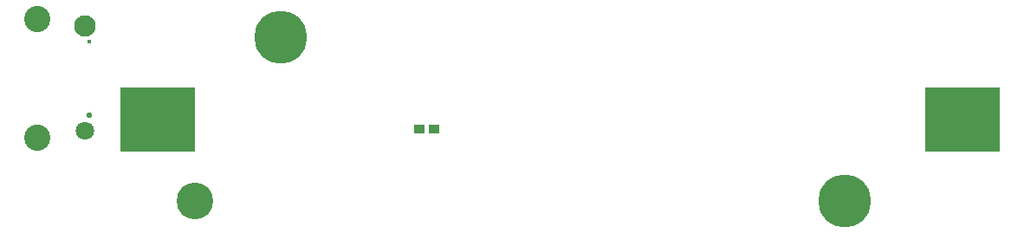
<source format=gbr>
%TF.GenerationSoftware,Altium Limited,Altium Designer,20.0.13 (296)*%
G04 Layer_Color=255*
%FSLAX45Y45*%
%MOMM*%
%TF.FileFunction,Pads,Bot*%
%TF.Part,Single*%
G01*
G75*
%TA.AperFunction,ComponentPad*%
%ADD59C,3.58500*%
%ADD60C,5.17500*%
%ADD61C,0.55000*%
%ADD62C,0.40500*%
%ADD63C,2.56500*%
%ADD64C,1.80000*%
%ADD65C,2.10000*%
%TA.AperFunction,SMDPad,CuDef*%
%ADD85R,7.34000X6.35000*%
%ADD86R,1.00000X0.97000*%
D59*
X3337000Y4400000D02*
D03*
D60*
X4170000Y6000000D02*
D03*
X9690000Y4400000D02*
D03*
D61*
X2302500Y5240000D02*
D03*
D62*
Y5960000D02*
D03*
D63*
X1797500Y5020000D02*
D03*
Y6180000D02*
D03*
D64*
X2264500Y5090000D02*
D03*
D65*
Y6110000D02*
D03*
D85*
X2970000Y5200000D02*
D03*
X10836000D02*
D03*
D86*
X5673500Y5100000D02*
D03*
X5526500D02*
D03*
%TF.MD5,d792d63280c9a5741da1afaa08e4dcbb*%
M02*

</source>
